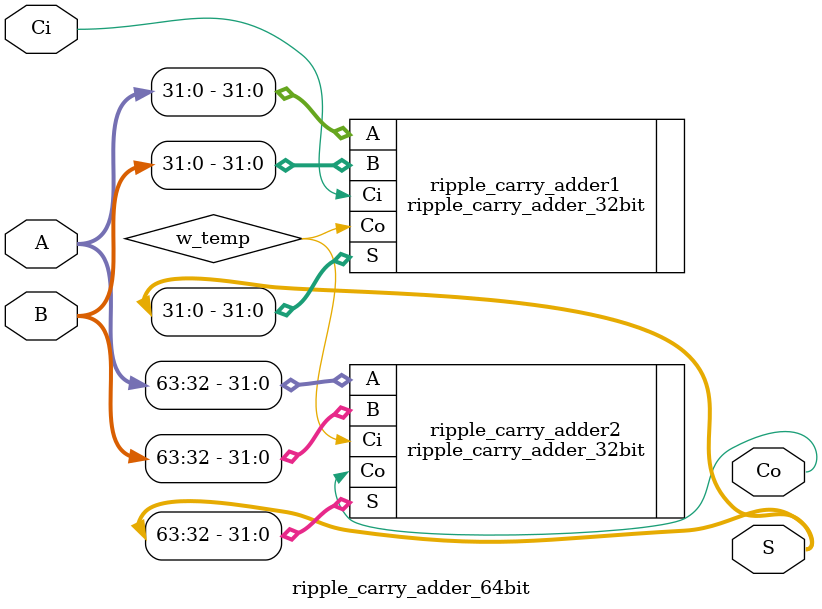
<source format=v>
/*
Computer Organisation and Architecture Lab
Assignment no. 1
Group no. 8
Suhas Jain and Monal Prasad
*/

module  ripple_carry_adder_64bit (A, B, Ci, S, Co);

    input [63:0] A, B;
    input Ci;
    output [63:0] S;
    output Co;
    wire w_temp;

    ripple_carry_adder_32bit ripple_carry_adder1(.A(A[31:0]), .B(B[31:0]), .Ci(Ci), .S(S[31:0]), .Co(w_temp));
    ripple_carry_adder_32bit ripple_carry_adder2(.A(A[63:32]), .B(B[63:32]), .Ci(w_temp), .S(S[63:32]), .Co(Co));
    
endmodule
</source>
